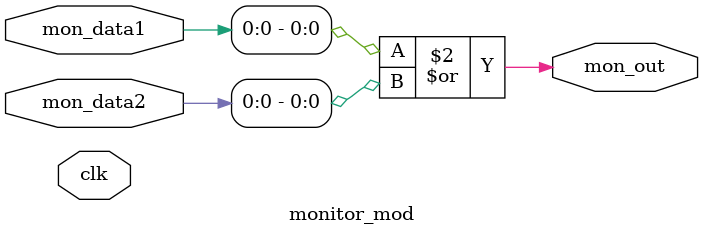
<source format=sv>
module monitor_mod (
    input logic clk,
    input logic [7:0] mon_data1,
    input logic [7:0] mon_data2,
    output logic mon_out
);
    always @(posedge clk) begin
        $monitor("Monitor: data1=%h, data2=%h", mon_data1, mon_data2);
    end
    assign mon_out = mon_data1[0] | mon_data2[0];
endmodule


</source>
